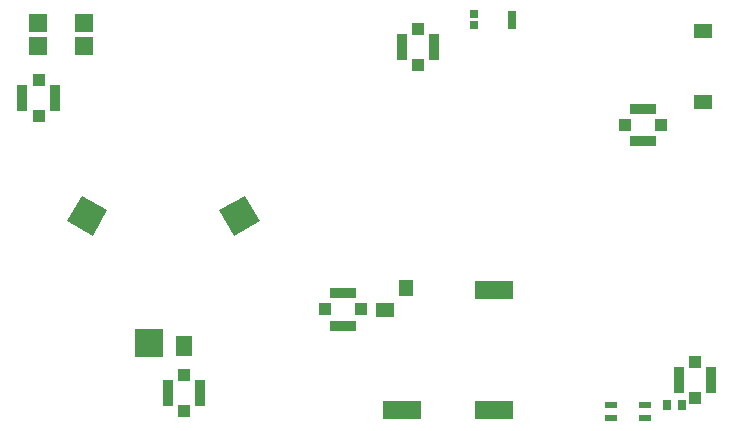
<source format=gtp>
G75*
%MOIN*%
%OFA0B0*%
%FSLAX25Y25*%
%IPPOS*%
%LPD*%
%AMOC8*
5,1,8,0,0,1.08239X$1,22.5*
%
%ADD10R,0.03346X0.08661*%
%ADD11R,0.03937X0.04134*%
%ADD12R,0.09449X0.09449*%
%ADD13R,0.09843X0.09843*%
%ADD14R,0.05512X0.06850*%
%ADD15R,0.12598X0.06299*%
%ADD16R,0.05118X0.05197*%
%ADD17R,0.06339X0.05118*%
%ADD18R,0.08661X0.03346*%
%ADD19R,0.04134X0.03937*%
%ADD20R,0.04331X0.01969*%
%ADD21R,0.02756X0.03543*%
%ADD22R,0.06063X0.06063*%
%ADD23R,0.06339X0.04921*%
%ADD24R,0.03150X0.06299*%
%ADD25R,0.03150X0.02559*%
D10*
X0144920Y0165500D03*
X0155747Y0165500D03*
X0107247Y0264000D03*
X0096420Y0264000D03*
X0222920Y0281000D03*
X0233747Y0281000D03*
X0315148Y0170000D03*
X0325975Y0170000D03*
D11*
X0150333Y0159496D03*
X0150333Y0171504D03*
X0101833Y0257996D03*
X0101833Y0270004D03*
X0228333Y0274996D03*
X0228333Y0287004D03*
X0320562Y0176004D03*
X0320562Y0163996D03*
D12*
X0138609Y0182323D03*
D13*
G36*
X0124688Y0226447D02*
X0119767Y0217924D01*
X0111244Y0222845D01*
X0116165Y0231368D01*
X0124688Y0226447D01*
G37*
G36*
X0166899Y0217924D02*
X0161978Y0226447D01*
X0170501Y0231368D01*
X0175422Y0222845D01*
X0166899Y0217924D01*
G37*
D14*
X0150223Y0181339D03*
D15*
X0222959Y0160079D03*
X0253707Y0160079D03*
X0253707Y0199921D03*
D16*
X0224377Y0200472D03*
D17*
X0217349Y0193386D03*
D18*
X0203333Y0188087D03*
X0203333Y0198913D03*
X0303333Y0249587D03*
X0303333Y0260413D03*
D19*
X0297329Y0255000D03*
X0309337Y0255000D03*
X0209337Y0193500D03*
X0197329Y0193500D03*
D20*
X0292625Y0161665D03*
X0292625Y0157335D03*
X0304042Y0157335D03*
X0304042Y0161665D03*
D21*
X0311274Y0161500D03*
X0316392Y0161500D03*
D22*
X0117010Y0281181D03*
X0117010Y0288819D03*
X0101656Y0288819D03*
X0101656Y0281181D03*
D23*
X0323333Y0286311D03*
X0323333Y0262689D03*
D24*
X0259633Y0290000D03*
D25*
X0247034Y0288130D03*
X0247034Y0291870D03*
M02*

</source>
